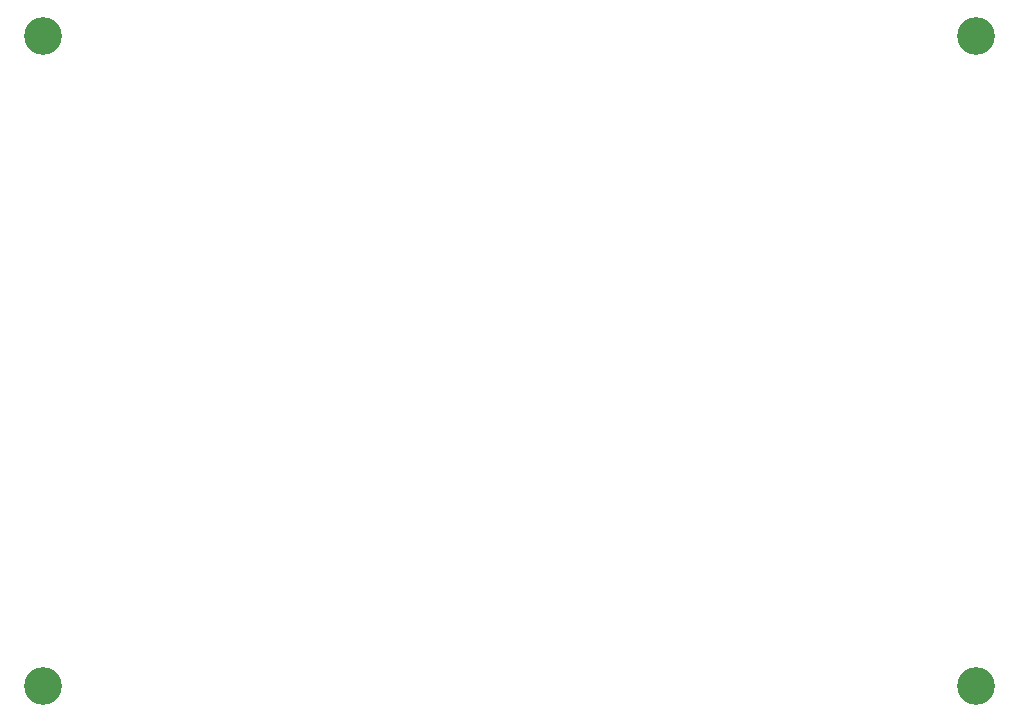
<source format=gbr>
%TF.GenerationSoftware,KiCad,Pcbnew,7.0.8*%
%TF.CreationDate,2024-05-31T18:18:10-04:00*%
%TF.ProjectId,topboard,746f7062-6f61-4726-942e-6b696361645f,rev?*%
%TF.SameCoordinates,Original*%
%TF.FileFunction,Soldermask,Bot*%
%TF.FilePolarity,Negative*%
%FSLAX46Y46*%
G04 Gerber Fmt 4.6, Leading zero omitted, Abs format (unit mm)*
G04 Created by KiCad (PCBNEW 7.0.8) date 2024-05-31 18:18:10*
%MOMM*%
%LPD*%
G01*
G04 APERTURE LIST*
%ADD10C,3.200000*%
G04 APERTURE END LIST*
D10*
%TO.C,REF\u002A\u002A*%
X100500000Y-61500000D03*
%TD*%
%TO.C,REF\u002A\u002A*%
X100500000Y-116500000D03*
%TD*%
%TO.C,REF\u002A\u002A*%
X179500000Y-116500000D03*
%TD*%
%TO.C,REF\u002A\u002A*%
X179500000Y-61500000D03*
%TD*%
M02*

</source>
